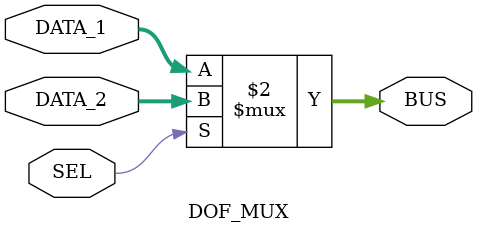
<source format=v>
`timescale 1ns / 1ps


module DOF_MUX(
    input SEL,
    input [31:0] DATA_1, DATA_2,
    output [31:0] BUS
    );
    
    assign BUS = (!SEL)? DATA_1 : DATA_2;
    
endmodule

</source>
